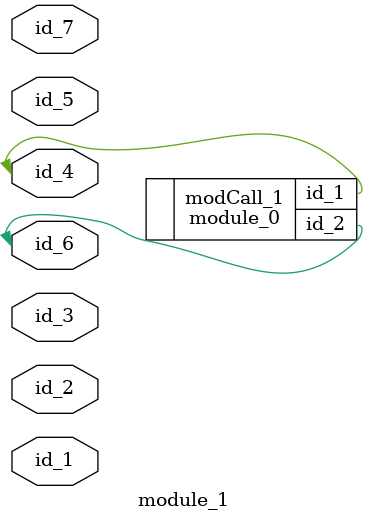
<source format=v>
module module_0 (
    id_1,
    id_2
);
  inout wire id_2;
  inout wire id_1;
  wire id_3;
  assign id_1 = id_1 / id_2;
  wire id_4;
  wire id_5;
endmodule
module module_1 (
    id_1,
    id_2,
    id_3,
    id_4,
    id_5,
    id_6,
    id_7
);
  input wire id_7;
  inout wire id_6;
  input wire id_5;
  inout wire id_4;
  input wire id_3;
  input wire id_2;
  inout wire id_1;
  always if (id_3) if (id_1) $display(-1);
  module_0 modCall_1 (
      id_4,
      id_6
  );
endmodule

</source>
